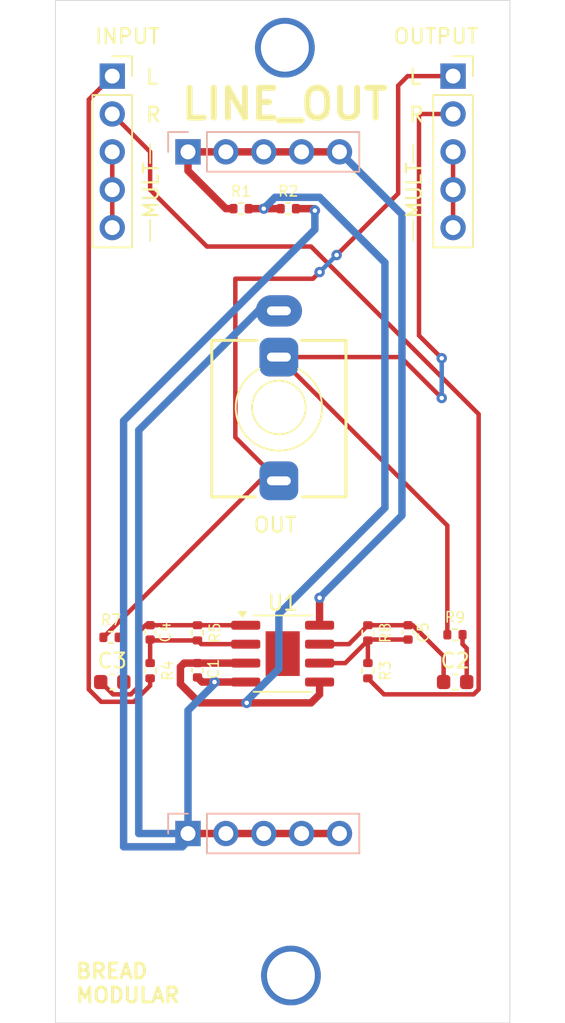
<source format=kicad_pcb>
(kicad_pcb (version 20240108) (generator "pcbnew") (generator_version "8.0")
  (layers (0 "F.Cu" signal) (31 "B.Cu" signal) (34 "B.Paste" user) (35 "F.Paste" user) (36 "B.SilkS" user "B.Silkscreen") (37 "F.SilkS" user "F.Silkscreen") (38 "B.Mask" user) (39 "F.Mask" user) (44 "Edge.Cuts" user))
  (net 0 "")
  (net 1 "GND")
  (net 2 "+5V")
  (net 3 "+2.5V")
  (net 4 "Net-(C2-Pad1)")
  (net 5 "Net-(C2-Pad2)")
  (net 6 "Net-(C3-Pad2)")
  (net 7 "Net-(C3-Pad1)")
  (net 8 "Net-(U1A--)")
  (net 9 "Net-(U1B--)")
  (net 10 "Net-(INPUT1-Pin_3)")
  (net 11 "IN_L")
  (net 12 "IN_R")
  (net 13 "OUT_R")
  (net 14 "OUT_L")
  (net 15 "Net-(OUTPUT2-Pin_3)")
  (footprint "Resistor_SMD:R_0402_1005Metric" (layer "F.Cu") (at 73.785 83.185)
    (property "Reference" "R9" (at 0 -1.17 0) (layer "F.SilkS") (effects (font (size 0.7 0.7) (thickness 0.1))))
    (property "Value" "1k")
    (fp_line (start -0.153641 -0.38) (end 0.153641 -0.38) (stroke (width 0.12)) (layer "F.SilkS"))
    (fp_line (start -0.153641 0.38) (end 0.153641 0.38) (stroke (width 0.12)) (layer "F.SilkS"))
    (pad "1" smd roundrect (at -0.51 0) (size 0.54 0.64) (layers "F.Cu" "F.Paste" "F.Mask") (net 13 "OUT_R"))
    (pad "2" smd roundrect (at 0.51 0) (size 0.54 0.64) (layers "F.Cu" "F.Paste" "F.Mask") (net 5 "Net-(C2-Pad2)"))
  )
  (footprint "Capacitor_SMD:C_0402_1005Metric" (layer "F.Cu") (at 70.64 83.03 -90)
    (property "Reference" "C5" (at 0 -1.016 90) (layer "F.SilkS") (effects (font (size 0.7 0.7) (thickness 0.1))))
    (property "Value" "100pf")
    (fp_line (start -0.107836 0.36) (end 0.107836 0.36) (stroke (width 0.12)) (layer "F.SilkS"))
    (fp_line (start -0.107836 -0.36) (end 0.107836 -0.36) (stroke (width 0.12)) (layer "F.SilkS"))
    (pad "1" smd roundrect (at -0.48 0 270) (size 0.56 0.62) (layers "F.Cu" "F.Paste" "F.Mask") (net 4 "Net-(C2-Pad1)"))
    (pad "2" smd roundrect (at 0.48 0 270) (size 0.56 0.62) (layers "F.Cu" "F.Paste" "F.Mask") (net 9 "Net-(U1B--)"))
  )
  (footprint "Resistor_SMD:R_0402_1005Metric" (layer "F.Cu") (at 50.716331 83.36334)
    (property "Reference" "R7" (at 0 -1.17 0) (layer "F.SilkS") (effects (font (size 0.7 0.7) (thickness 0.1))))
    (property "Value" "1k")
    (fp_line (start -0.153641 -0.38) (end 0.153641 -0.38) (stroke (width 0.12)) (layer "F.SilkS"))
    (fp_line (start -0.153641 0.38) (end 0.153641 0.38) (stroke (width 0.12)) (layer "F.SilkS"))
    (pad "1" smd roundrect (at -0.51 0) (size 0.54 0.64) (layers "F.Cu" "F.Paste" "F.Mask") (net 14 "OUT_L"))
    (pad "2" smd roundrect (at 0.51 0) (size 0.54 0.64) (layers "F.Cu" "F.Paste" "F.Mask") (net 6 "Net-(C3-Pad2)"))
  )
  (footprint "Connector_PinSocket_2.54mm:PinSocket_1x05_P2.54mm_Vertical" (layer "F.Cu") (at 50.8 45.72)
    (property "Reference" "INPUT" (at 1.016 -2.667 0) (layer "F.SilkS"))
    (property "Value" "Conn_01x05_Socket")
    (fp_line (start -1.33 1.27) (end -1.33 11.49) (stroke (width 0.12)) (layer "F.SilkS"))
    (fp_line (start -1.33 1.27) (end 1.33 1.27) (stroke (width 0.12)) (layer "F.SilkS"))
    (fp_line (start -1.33 11.49) (end 1.33 11.49) (stroke (width 0.12)) (layer "F.SilkS"))
    (fp_line (start 0 -1.33) (end 1.33 -1.33) (stroke (width 0.12)) (layer "F.SilkS"))
    (fp_line (start 1.33 -1.33) (end 1.33 0) (stroke (width 0.12)) (layer "F.SilkS"))
    (fp_line (start 1.33 1.27) (end 1.33 11.49) (stroke (width 0.12)) (layer "F.SilkS"))
    (pad "1" thru_hole rect (at 0 0) (size 1.7 1.7) (drill 1) (layers "*.Cu" "*.Mask") (net 11 "IN_L"))
    (pad "2" thru_hole oval (at 0 2.54) (size 1.7 1.7) (drill 1) (layers "*.Cu" "*.Mask") (net 12 "IN_R"))
    (pad "3" thru_hole oval (at 0 5.08) (size 1.7 1.7) (drill 1) (layers "*.Cu" "*.Mask") (net 10 "Net-(INPUT1-Pin_3)"))
    (pad "4" thru_hole oval (at 0 7.62) (size 1.7 1.7) (drill 1) (layers "*.Cu" "*.Mask") (net 10 "Net-(INPUT1-Pin_3)"))
    (pad "5" thru_hole oval (at 0 10.16) (size 1.7 1.7) (drill 1) (layers "*.Cu" "*.Mask") (net 10 "Net-(INPUT1-Pin_3)"))
  )
  (footprint "Resistor_SMD:R_0402_1005Metric" (layer "F.Cu") (at 67.945 85.6 -90)
    (property "Reference" "R3" (at 0 -1.17 90) (layer "F.SilkS") (effects (font (size 0.7 0.7) (thickness 0.1))))
    (property "Value" "100k")
    (fp_line (start -0.153641 0.38) (end 0.153641 0.38) (stroke (width 0.12)) (layer "F.SilkS"))
    (fp_line (start -0.153641 -0.38) (end 0.153641 -0.38) (stroke (width 0.12)) (layer "F.SilkS"))
    (pad "1" smd roundrect (at -0.51 0 270) (size 0.54 0.64) (layers "F.Cu" "F.Paste" "F.Mask") (net 9 "Net-(U1B--)"))
    (pad "2" smd roundrect (at 0.51 0 270) (size 0.54 0.64) (layers "F.Cu" "F.Paste" "F.Mask") (net 12 "IN_R"))
  )
  (footprint "Resistor_SMD:R_0402_1005Metric" (layer "F.Cu") (at 59.44 54.61)
    (property "Reference" "R1" (at 0 -1.17 0) (layer "F.SilkS") (effects (font (size 0.7 0.7) (thickness 0.1))))
    (property "Value" "1k")
    (fp_line (start -0.153641 -0.38) (end 0.153641 -0.38) (stroke (width 0.12)) (layer "F.SilkS"))
    (fp_line (start -0.153641 0.38) (end 0.153641 0.38) (stroke (width 0.12)) (layer "F.SilkS"))
    (pad "1" smd roundrect (at -0.51 0) (size 0.54 0.64) (layers "F.Cu" "F.Paste" "F.Mask") (net 2 "+5V"))
    (pad "2" smd roundrect (at 0.51 0) (size 0.54 0.64) (layers "F.Cu" "F.Paste" "F.Mask") (net 3 "+2.5V"))
  )
  (footprint "Capacitor_SMD:C_0402_1005Metric" (layer "F.Cu") (at 56.515 85.57 90)
    (property "Reference" "C1" (at 0.092067 1.070621 90) (layer "F.SilkS") (effects (font (size 0.7 0.7) (thickness 0.1))))
    (property "Value" "0.1uf")
    (fp_line (start -0.107836 -0.36) (end 0.107836 -0.36) (stroke (width 0.12)) (layer "F.SilkS"))
    (fp_line (start -0.107836 0.36) (end 0.107836 0.36) (stroke (width 0.12)) (layer "F.SilkS"))
    (pad "1" smd roundrect (at -0.48 0 90) (size 0.56 0.62) (layers "F.Cu" "F.Paste" "F.Mask") (net 1 "GND"))
    (pad "2" smd roundrect (at 0.48 0 90) (size 0.56 0.62) (layers "F.Cu" "F.Paste" "F.Mask") (net 3 "+2.5V"))
  )
  (footprint "Capacitor_SMD:C_0603_1608Metric" (layer "F.Cu") (at 73.8 86.36)
    (property "Reference" "C2" (at 0 -1.43 0) (layer "F.SilkS"))
    (property "Value" "2.2uf")
    (fp_line (start -0.14058 -0.51) (end 0.14058 -0.51) (stroke (width 0.12)) (layer "F.SilkS"))
    (fp_line (start -0.14058 0.51) (end 0.14058 0.51) (stroke (width 0.12)) (layer "F.SilkS"))
    (pad "1" smd roundrect (at -0.775 0) (size 0.9 0.95) (layers "F.Cu" "F.Paste" "F.Mask") (net 4 "Net-(C2-Pad1)"))
    (pad "2" smd roundrect (at 0.775 0) (size 0.9 0.95) (layers "F.Cu" "F.Paste" "F.Mask") (net 5 "Net-(C2-Pad2)"))
  )
  (footprint "BreadModular_AudioJacks:Jack_3.5mm_QingPu_WQP-PJ366ST_Vertical" (layer "F.Cu") (at 61.976 67.945 180)
    (property "Reference" "OUT" (at 0.254 -7.874 0) (layer "F.SilkS"))
    (property "Value" "AudioJack3")
    (fp_line (start 4.5 4.5) (end 4.5 -6) (stroke (width 0.2)) (layer "F.SilkS"))
    (fp_line (start 1.6 -6) (end 4.5 -6) (stroke (width 0.2)) (layer "F.SilkS"))
    (fp_line (start 1.5 4.5) (end 4.5 4.5) (stroke (width 0.2)) (layer "F.SilkS"))
    (fp_line (start -4.5 4.5) (end -1.5 4.5) (stroke (width 0.2)) (layer "F.SilkS"))
    (fp_line (start -4.5 4.5) (end -4.5 -6) (stroke (width 0.2)) (layer "F.SilkS"))
    (fp_line (start -4.5 -6) (end -1.6 -6) (stroke (width 0.2)) (layer "F.SilkS"))
    (fp_arc (start 0 -2.895) (mid 2.817353 -0.665994) (end 1.296263 2.588577) (stroke (width 0.12)) (layer "F.SilkS"))
    (fp_arc (start -1.296263 2.588577) (mid -2.817353 -0.665994) (end 0 -2.895) (stroke (width 0.12)) (layer "F.SilkS"))
    (fp_circle (center 0 0) (end -1.8 0) (stroke (width 0.12)) (fill none) (layer "F.SilkS"))
    (pad "R" thru_hole roundrect (at 0 3.38 180) (size 2.6 2.6) (drill oval 1.6 0.6) (layers "*.Cu" "*.Mask") (net 13 "OUT_R"))
    (pad "S" thru_hole oval (at 0 6.48 180) (size 3.1 2.1) (drill oval 1.6 0.6) (layers "*.Cu" "*.Mask") (net 1 "GND"))
    (pad "T" thru_hole roundrect (at 0 -4.92 180) (size 2.6 2.6) (drill oval 1.6 0.6) (layers "*.Cu" "*.Mask") (net 14 "OUT_L"))
  )
  (footprint "Capacitor_SMD:C_0402_1005Metric" (layer "F.Cu") (at 53.34 83.03 -90)
    (property "Reference" "C4" (at 0 -1.016 90) (layer "F.SilkS") (effects (font (size 0.7 0.7) (thickness 0.1))))
    (property "Value" "100pf")
    (fp_line (start -0.107836 0.36) (end 0.107836 0.36) (stroke (width 0.12)) (layer "F.SilkS"))
    (fp_line (start -0.107836 -0.36) (end 0.107836 -0.36) (stroke (width 0.12)) (layer "F.SilkS"))
    (pad "1" smd roundrect (at -0.48 0 270) (size 0.56 0.62) (layers "F.Cu" "F.Paste" "F.Mask") (net 7 "Net-(C3-Pad1)"))
    (pad "2" smd roundrect (at 0.48 0 270) (size 0.56 0.62) (layers "F.Cu" "F.Paste" "F.Mask") (net 8 "Net-(U1A--)"))
  )
  (footprint "Resistor_SMD:R_0402_1005Metric" (layer "F.Cu") (at 62.609 54.61)
    (property "Reference" "R2" (at 0 -1.17 0) (layer "F.SilkS") (effects (font (size 0.7 0.7) (thickness 0.1))))
    (property "Value" "1k")
    (fp_line (start -0.153641 -0.38) (end 0.153641 -0.38) (stroke (width 0.12)) (layer "F.SilkS"))
    (fp_line (start -0.153641 0.38) (end 0.153641 0.38) (stroke (width 0.12)) (layer "F.SilkS"))
    (pad "1" smd roundrect (at -0.51 0) (size 0.54 0.64) (layers "F.Cu" "F.Paste" "F.Mask") (net 3 "+2.5V"))
    (pad "2" smd roundrect (at 0.51 0) (size 0.54 0.64) (layers "F.Cu" "F.Paste" "F.Mask") (net 1 "GND"))
  )
  (footprint "Resistor_SMD:R_0402_1005Metric" (layer "F.Cu") (at 67.945 83.06 -90)
    (property "Reference" "R8" (at 0 -1.17 90) (layer "F.SilkS") (effects (font (size 0.7 0.7) (thickness 0.1))))
    (property "Value" "33k")
    (fp_line (start -0.153641 0.38) (end 0.153641 0.38) (stroke (width 0.12)) (layer "F.SilkS"))
    (fp_line (start -0.153641 -0.38) (end 0.153641 -0.38) (stroke (width 0.12)) (layer "F.SilkS"))
    (pad "1" smd roundrect (at -0.51 0 270) (size 0.54 0.64) (layers "F.Cu" "F.Paste" "F.Mask") (net 4 "Net-(C2-Pad1)"))
    (pad "2" smd roundrect (at 0.51 0 270) (size 0.54 0.64) (layers "F.Cu" "F.Paste" "F.Mask") (net 9 "Net-(U1B--)"))
  )
  (footprint "Connector_PinSocket_2.54mm:PinSocket_1x05_P2.54mm_Vertical" (layer "F.Cu") (at 73.66 45.72)
    (property "Reference" "OUTPUT" (at -1.143 -2.667 0) (layer "F.SilkS"))
    (property "Value" "Conn_01x05_Socket")
    (fp_line (start -1.33 1.27) (end -1.33 11.49) (stroke (width 0.12)) (layer "F.SilkS"))
    (fp_line (start -1.33 1.27) (end 1.33 1.27) (stroke (width 0.12)) (layer "F.SilkS"))
    (fp_line (start -1.33 11.49) (end 1.33 11.49) (stroke (width 0.12)) (layer "F.SilkS"))
    (fp_line (start 0 -1.33) (end 1.33 -1.33) (stroke (width 0.12)) (layer "F.SilkS"))
    (fp_line (start 1.33 -1.33) (end 1.33 0) (stroke (width 0.12)) (layer "F.SilkS"))
    (fp_line (start 1.33 1.27) (end 1.33 11.49) (stroke (width 0.12)) (layer "F.SilkS"))
    (pad "1" thru_hole rect (at 0 0) (size 1.7 1.7) (drill 1) (layers "*.Cu" "*.Mask") (net 14 "OUT_L"))
    (pad "2" thru_hole oval (at 0 2.54) (size 1.7 1.7) (drill 1) (layers "*.Cu" "*.Mask") (net 13 "OUT_R"))
    (pad "3" thru_hole oval (at 0 5.08) (size 1.7 1.7) (drill 1) (layers "*.Cu" "*.Mask") (net 15 "Net-(OUTPUT2-Pin_3)"))
    (pad "4" thru_hole oval (at 0 7.62) (size 1.7 1.7) (drill 1) (layers "*.Cu" "*.Mask") (net 15 "Net-(OUTPUT2-Pin_3)"))
    (pad "5" thru_hole oval (at 0 10.16) (size 1.7 1.7) (drill 1) (layers "*.Cu" "*.Mask") (net 15 "Net-(OUTPUT2-Pin_3)"))
  )
  (footprint "Package_SO:SOIC-8-1EP_3.9x4.9mm_P1.27mm_EP2.29x3mm" (layer "F.Cu") (at 62.23 84.455)
    (property "Reference" "U1" (at 0 -3.4 0) (layer "F.SilkS"))
    (property "Value" "TL072")
    (fp_line (start 0 -2.56) (end -1.95 -2.56) (stroke (width 0.12)) (layer "F.SilkS"))
    (fp_line (start 0 -2.56) (end 1.95 -2.56) (stroke (width 0.12)) (layer "F.SilkS"))
    (fp_line (start 0 2.56) (end -1.95 2.56) (stroke (width 0.12)) (layer "F.SilkS"))
    (fp_line (start 0 2.56) (end 1.95 2.56) (stroke (width 0.12)) (layer "F.SilkS"))
    (fp_poly (pts (xy -2.7 -2.465) (xy -2.94 -2.795) (xy -2.46 -2.795) (xy -2.7 -2.465)) (stroke (width 0.12)) (fill solid) (layer "F.SilkS"))
    (pad "1" smd roundrect (at -2.475 -1.905) (size 1.95 0.6) (layers "F.Cu" "F.Paste" "F.Mask") (net 7 "Net-(C3-Pad1)"))
    (pad "2" smd roundrect (at -2.475 -0.635) (size 1.95 0.6) (layers "F.Cu" "F.Paste" "F.Mask") (net 8 "Net-(U1A--)"))
    (pad "3" smd roundrect (at -2.475 0.635) (size 1.95 0.6) (layers "F.Cu" "F.Paste" "F.Mask") (net 3 "+2.5V"))
    (pad "4" smd roundrect (at -2.475 1.905) (size 1.95 0.6) (layers "F.Cu" "F.Paste" "F.Mask") (net 1 "GND"))
    (pad "5" smd roundrect (at 2.475 1.905) (size 1.95 0.6) (layers "F.Cu" "F.Paste" "F.Mask") (net 3 "+2.5V"))
    (pad "6" smd roundrect (at 2.475 0.635) (size 1.95 0.6) (layers "F.Cu" "F.Paste" "F.Mask") (net 9 "Net-(U1B--)"))
    (pad "7" smd roundrect (at 2.475 -0.635) (size 1.95 0.6) (layers "F.Cu" "F.Paste" "F.Mask") (net 4 "Net-(C2-Pad1)"))
    (pad "8" smd roundrect (at 2.475 -1.905) (size 1.95 0.6) (layers "F.Cu" "F.Paste" "F.Mask") (net 2 "+5V"))
    (pad "9" smd rect (at 0 0) (size 2.29 3) (property pad_prop_heatsink) (layers "F.Cu" "F.Mask"))
  )
  (footprint "Resistor_SMD:R_0402_1005Metric" (layer "F.Cu") (at 56.515 83.06 -90)
    (property "Reference" "R5" (at 0 -1.17 90) (layer "F.SilkS") (effects (font (size 0.7 0.7) (thickness 0.1))))
    (property "Value" "33k")
    (fp_line (start -0.153641 0.38) (end 0.153641 0.38) (stroke (width 0.12)) (layer "F.SilkS"))
    (fp_line (start -0.153641 -0.38) (end 0.153641 -0.38) (stroke (width 0.12)) (layer "F.SilkS"))
    (pad "1" smd roundrect (at -0.51 0 270) (size 0.54 0.64) (layers "F.Cu" "F.Paste" "F.Mask") (net 7 "Net-(C3-Pad1)"))
    (pad "2" smd roundrect (at 0.51 0 270) (size 0.54 0.64) (layers "F.Cu" "F.Paste" "F.Mask") (net 8 "Net-(U1A--)"))
  )
  (footprint "Capacitor_SMD:C_0603_1608Metric" (layer "F.Cu") (at 50.8 86.36)
    (property "Reference" "C3" (at 0 -1.43 0) (layer "F.SilkS"))
    (property "Value" "2.2uf")
    (fp_line (start -0.14058 -0.51) (end 0.14058 -0.51) (stroke (width 0.12)) (layer "F.SilkS"))
    (fp_line (start -0.14058 0.51) (end 0.14058 0.51) (stroke (width 0.12)) (layer "F.SilkS"))
    (pad "1" smd roundrect (at -0.775 0) (size 0.9 0.95) (layers "F.Cu" "F.Paste" "F.Mask") (net 7 "Net-(C3-Pad1)"))
    (pad "2" smd roundrect (at 0.775 0) (size 0.9 0.95) (layers "F.Cu" "F.Paste" "F.Mask") (net 6 "Net-(C3-Pad2)"))
  )
  (footprint "Resistor_SMD:R_0402_1005Metric" (layer "F.Cu") (at 53.34 85.6 -90)
    (property "Reference" "R4" (at 0 -1.17 90) (layer "F.SilkS") (effects (font (size 0.7 0.7) (thickness 0.1))))
    (property "Value" "100k")
    (fp_line (start -0.153641 0.38) (end 0.153641 0.38) (stroke (width 0.12)) (layer "F.SilkS"))
    (fp_line (start -0.153641 -0.38) (end 0.153641 -0.38) (stroke (width 0.12)) (layer "F.SilkS"))
    (pad "1" smd roundrect (at -0.51 0 270) (size 0.54 0.64) (layers "F.Cu" "F.Paste" "F.Mask") (net 8 "Net-(U1A--)"))
    (pad "2" smd roundrect (at 0.51 0 270) (size 0.54 0.64) (layers "F.Cu" "F.Paste" "F.Mask") (net 11 "IN_L"))
  )
  (footprint "Connector_PinHeader_2.54mm:PinHeader_1x05_P2.54mm_Vertical" (layer "B.Cu") (at 55.88 96.52 -90)
    (property "Reference" "GND1" (hide yes))
    (property "Value" "Conn_01x05_Pin")
    (fp_line (start -1.33 1.33) (end -1.33 0) (stroke (width 0.12)) (layer "B.SilkS"))
    (fp_line (start 0 1.33) (end -1.33 1.33) (stroke (width 0.12)) (layer "B.SilkS"))
    (fp_line (start 1.33 -1.27) (end -1.33 -1.27) (stroke (width 0.12)) (layer "B.SilkS"))
    (fp_line (start -1.33 -11.49) (end -1.33 -1.27) (stroke (width 0.12)) (layer "B.SilkS"))
    (fp_line (start 1.33 -11.49) (end 1.33 -1.27) (stroke (width 0.12)) (layer "B.SilkS"))
    (fp_line (start 1.33 -11.49) (end -1.33 -11.49) (stroke (width 0.12)) (layer "B.SilkS"))
    (pad "1" thru_hole rect (at 0 0 270) (size 1.7 1.7) (drill 1) (layers "*.Cu" "*.Mask") (net 1 "GND"))
    (pad "2" thru_hole oval (at 0 -2.54 270) (size 1.7 1.7) (drill 1) (layers "*.Cu" "*.Mask") (net 1 "GND"))
    (pad "3" thru_hole oval (at 0 -5.08 270) (size 1.7 1.7) (drill 1) (layers "*.Cu" "*.Mask") (net 1 "GND"))
    (pad "4" thru_hole oval (at 0 -7.62 270) (size 1.7 1.7) (drill 1) (layers "*.Cu" "*.Mask") (net 1 "GND"))
    (pad "5" thru_hole oval (at 0 -10.16 270) (size 1.7 1.7) (drill 1) (layers "*.Cu" "*.Mask") (net 1 "GND"))
  )
  (footprint "Connector_PinHeader_2.54mm:PinHeader_1x05_P2.54mm_Vertical" (layer "B.Cu") (at 55.88 50.8 -90)
    (property "Reference" "5V1" (hide yes))
    (property "Value" "Conn_01x05_Pin")
    (fp_line (start -1.33 1.33) (end -1.33 0) (stroke (width 0.12)) (layer "B.SilkS"))
    (fp_line (start 0 1.33) (end -1.33 1.33) (stroke (width 0.12)) (layer "B.SilkS"))
    (fp_line (start 1.33 -1.27) (end -1.33 -1.27) (stroke (width 0.12)) (layer "B.SilkS"))
    (fp_line (start -1.33 -11.49) (end -1.33 -1.27) (stroke (width 0.12)) (layer "B.SilkS"))
    (fp_line (start 1.33 -11.49) (end 1.33 -1.27) (stroke (width 0.12)) (layer "B.SilkS"))
    (fp_line (start 1.33 -11.49) (end -1.33 -11.49) (stroke (width 0.12)) (layer "B.SilkS"))
    (pad "1" thru_hole rect (at 0 0 270) (size 1.7 1.7) (drill 1) (layers "*.Cu" "*.Mask") (net 2 "+5V"))
    (pad "2" thru_hole oval (at 0 -2.54 270) (size 1.7 1.7) (drill 1) (layers "*.Cu" "*.Mask") (net 2 "+5V"))
    (pad "3" thru_hole oval (at 0 -5.08 270) (size 1.7 1.7) (drill 1) (layers "*.Cu" "*.Mask") (net 2 "+5V"))
    (pad "4" thru_hole oval (at 0 -7.62 270) (size 1.7 1.7) (drill 1) (layers "*.Cu" "*.Mask") (net 2 "+5V"))
    (pad "5" thru_hole oval (at 0 -10.16 270) (size 1.7 1.7) (drill 1) (layers "*.Cu" "*.Mask") (net 2 "+5V"))
  )
  (gr_line (start 70.993 55.372) (end 70.993 56.769) (stroke (width 0.1)) (layer "F.SilkS"))
  (gr_line (start 53.34 51.562) (end 53.34 50.292) (stroke (width 0.1)) (layer "F.SilkS"))
  (gr_line (start 70.993 51.562) (end 70.993 50.292) (stroke (width 0.1)) (layer "F.SilkS"))
  (gr_line (start 53.34 55.372) (end 53.34 56.769) (stroke (width 0.1)) (layer "F.SilkS"))
  (gr_line (start 46.99 109.22) (end 77.47 109.22) (stroke (width 0.05)) (layer "Edge.Cuts"))
  (gr_line (start 77.47 40.64) (end 46.99 40.64) (stroke (width 0.05)) (layer "Edge.Cuts"))
  (gr_line (start 46.99 40.64) (end 46.99 109.22) (stroke (width 0.05)) (layer "Edge.Cuts"))
  (gr_line (start 77.47 109.22) (end 77.47 40.64) (stroke (width 0.05)) (layer "Edge.Cuts"))
  (gr_text "L" (at 52.959 46.355 0) (layer "F.SilkS") (effects (font (size 1 1)) (justify left bottom)))
  (gr_text "MULT" (at 53.975 55.372 90) (layer "F.SilkS") (effects (font (size 1 1)) (justify left bottom)))
  (gr_text "R" (at 70.612 48.895 0) (layer "F.SilkS") (effects (font (size 1 1)) (justify left bottom)))
  (gr_text "L" (at 70.612 46.355 0) (layer "F.SilkS") (effects (font (size 1 1)) (justify left bottom)))
  (gr_text "LINE_OUT" (at 55.245 48.768 0) (layer "F.SilkS") (effects (font (size 2 2) (thickness 0.4) (bold yes)) (justify left bottom)))
  (gr_text "R" (at 52.959 48.895 0) (layer "F.SilkS") (effects (font (size 1 1)) (justify left bottom)))
  (gr_text "MULT" (at 71.628 55.372 90) (layer "F.SilkS") (effects (font (size 1 1)) (justify left bottom)))
  (gr_text "BREAD\nMODULAR" (at 48.26 107.95 0) (layer "F.SilkS") (effects (font (size 1 1) (thickness 0.2) (bold yes)) (justify left bottom)))
  (via (at 62.37758 43.815) (size 4) (drill 3.2) (layers "F.Cu" "B.Cu") (net 0))
  (via (at 62.784908 106.045) (size 4) (drill 3.2) (layers "F.Cu" "B.Cu") (net 0))
  (via (at 62.37758 43.815) (size 4) (drill 3.2) (layers "F.Cu" "B.Cu") (net 0))
  (via (at 62.784908 106.045) (size 4) (drill 3.2) (layers "F.Cu" "B.Cu") (net 0))
  (via (at 62.784908 106.045) (size 4) (drill 3.2) (layers "F.Cu" "B.Cu") (net 0))
  (via (at 62.784908 106.045) (size 4) (drill 3.2) (layers "F.Cu" "B.Cu") (net 0))
  (via (at 62.37758 43.815) (size 4) (drill 3.2) (layers "F.Cu" "B.Cu") (net 0))
  (via (at 62.37758 43.815) (size 4) (drill 3.2) (layers "F.Cu" "B.Cu") (net 0))
  (segment (start 57.658 86.36) (end 56.825 86.36) (width 0.5) (layer "F.Cu") (net 1))
  (segment (start 55.88 96.52) (end 66.04 96.52) (width 0.5) (layer "F.Cu") (net 1))
  (segment (start 63.119 54.61) (end 64.389 54.61) (width 0.5) (layer "F.Cu") (net 1))
  (segment (start 59.755 86.36) (end 57.785 86.36) (width 0.5) (layer "F.Cu") (net 1))
  (segment (start 56.825 86.36) (end 56.515 86.05) (width 0.5) (layer "F.Cu") (net 1))
  (segment (start 57.785 86.36) (end 57.658 86.36) (width 0.5) (layer "F.Cu") (net 1))
  (via (at 57.658 86.36) (size 0.7) (drill 0.3) (layers "F.Cu" "B.Cu") (net 1))
  (via (at 64.389 54.737) (size 0.7) (drill 0.3) (layers "F.Cu" "B.Cu") (net 1))
  (segment (start 55.88 88.265) (end 55.88 96.52) (width 0.5) (layer "B.Cu") (net 1))
  (segment (start 64.389 54.61) (end 64.389 54.737) (width 0.5) (layer "B.Cu") (net 1))
  (segment (start 52.578 96.52) (end 55.88 96.52) (width 0.5) (layer "B.Cu") (net 1))
  (segment (start 60.582 61.465) (end 52.578 69.469) (width 0.5) (layer "B.Cu") (net 1))
  (segment (start 51.562 68.834) (end 51.562 97.409) (width 0.5) (layer "B.Cu") (net 1))
  (segment (start 52.578 69.469) (end 52.578 96.52) (width 0.5) (layer "B.Cu") (net 1))
  (segment (start 61.976 61.465) (end 60.582 61.465) (width 0.5) (layer "B.Cu") (net 1))
  (segment (start 51.562 97.409) (end 55.499 97.409) (width 0.5) (layer "B.Cu") (net 1))
  (segment (start 57.785 86.36) (end 55.88 88.265) (width 0.5) (layer "B.Cu") (net 1))
  (segment (start 64.389 56.007) (end 51.562 68.834) (width 0.5) (layer "B.Cu") (net 1))
  (segment (start 55.88 97.028) (end 55.88 96.52) (width 0.5) (layer "B.Cu") (net 1))
  (segment (start 64.389 54.737) (end 64.389 56.007) (width 0.5) (layer "B.Cu") (net 1))
  (segment (start 55.499 97.409) (end 55.88 97.028) (width 0.5) (layer "B.Cu") (net 1))
  (segment (start 58.93 54.61) (end 58.42 54.61) (width 0.5) (layer "F.Cu") (net 2))
  (segment (start 58.42 54.61) (end 55.88 52.07) (width 0.5) (layer "F.Cu") (net 2))
  (segment (start 55.88 52.07) (end 55.88 50.8) (width 0.5) (layer "F.Cu") (net 2))
  (segment (start 64.705 80.71) (end 64.705 82.55) (width 0.5) (layer "F.Cu") (net 2))
  (segment (start 55.88 50.8) (end 66.04 50.8) (width 0.5) (layer "F.Cu") (net 2))
  (via (at 64.7065 80.7085) (size 0.7) (drill 0.3) (layers "F.Cu" "B.Cu") (net 2))
  (segment (start 70.231 54.991) (end 66.04 50.8) (width 0.5) (layer "B.Cu") (net 2))
  (segment (start 64.7065 80.7085) (end 70.231 75.184) (width 0.5) (layer "B.Cu") (net 2))
  (segment (start 70.231 75.184) (end 70.231 54.991) (width 0.5) (layer "B.Cu") (net 2))
  (segment (start 64.705 80.71) (end 64.7065 80.7085) (width 0.5) (layer "B.Cu") (net 2))
  (segment (start 56.642 87.757) (end 59.69 87.757) (width 0.5) (layer "F.Cu") (net 3))
  (segment (start 64.135 87.757) (end 64.705 87.187) (width 0.5) (layer "F.Cu") (net 3))
  (segment (start 55.372 85.344) (end 55.372 86.487) (width 0.5) (layer "F.Cu") (net 3))
  (segment (start 56.515 85.09) (end 59.755 85.09) (width 0.5) (layer "F.Cu") (net 3))
  (segment (start 60.96 54.61) (end 62.099 54.61) (width 0.5) (layer "F.Cu") (net 3))
  (segment (start 59.817 87.757) (end 64.135 87.757) (width 0.5) (layer "F.Cu") (net 3))
  (segment (start 55.626 85.09) (end 55.372 85.344) (width 0.5) (layer "F.Cu") (net 3))
  (segment (start 59.95 54.61) (end 60.96 54.61) (width 0.5) (layer "F.Cu") (net 3))
  (segment (start 55.372 86.487) (end 56.642 87.757) (width 0.5) (layer "F.Cu") (net 3))
  (segment (start 59.69 87.757) (end 59.817 87.757) (width 0.5) (layer "F.Cu") (net 3))
  (segment (start 56.515 85.09) (end 55.626 85.09) (width 0.5) (layer "F.Cu") (net 3))
  (segment (start 64.705 87.187) (end 64.705 86.36) (width 0.5) (layer "F.Cu") (net 3))
  (via (at 60.96 54.61) (size 0.7) (drill 0.3) (layers "F.Cu" "B.Cu") (net 3))
  (via (at 59.817 87.757) (size 0.7) (drill 0.3) (layers "F.Cu" "B.Cu") (net 3))
  (segment (start 61.976 85.471) (end 61.976 81.788) (width 0.5) (layer "B.Cu") (net 3))
  (segment (start 64.709522 53.848) (end 61.722 53.848) (width 0.5) (layer "B.Cu") (net 3))
  (segment (start 61.722 53.848) (end 60.96 54.61) (width 0.5) (layer "B.Cu") (net 3))
  (segment (start 61.976 81.788) (end 69.088 74.676) (width 0.5) (layer "B.Cu") (net 3))
  (segment (start 59.69 87.757) (end 61.976 85.471) (width 0.5) (layer "B.Cu") (net 3))
  (segment (start 69.088 58.226478) (end 64.709522 53.848) (width 0.5) (layer "B.Cu") (net 3))
  (segment (start 69.088 74.676) (end 69.088 58.226478) (width 0.5) (layer "B.Cu") (net 3))
  (segment (start 70.949999 82.55) (end 70.64 82.55) (width 0.3) (layer "F.Cu") (net 4))
  (segment (start 73.025 86.36) (end 73.025 84.625001) (width 0.3) (layer "F.Cu") (net 4))
  (segment (start 73.025 84.625001) (end 70.949999 82.55) (width 0.3) (layer "F.Cu") (net 4))
  (segment (start 66.675 83.82) (end 64.705 83.82) (width 0.3) (layer "F.Cu") (net 4))
  (segment (start 67.945 82.55) (end 66.675 83.82) (width 0.3) (layer "F.Cu") (net 4))
  (segment (start 70.64 82.55) (end 67.945 82.55) (width 0.3) (layer "F.Cu") (net 4))
  (segment (start 74.295 83.82) (end 74.575 84.1) (width 0.3) (layer "F.Cu") (net 5))
  (segment (start 74.295 83.185) (end 74.295 83.82) (width 0.3) (layer "F.Cu") (net 5))
  (segment (start 74.575 84.1) (end 74.575 86.36) (width 0.3) (layer "F.Cu") (net 5))
  (segment (start 51.575 83.712009) (end 51.226331 83.36334) (width 0.3) (layer "F.Cu") (net 6))
  (segment (start 51.575 86.36) (end 51.575 83.712009) (width 0.3) (layer "F.Cu") (net 6))
  (segment (start 52.67 82.910001) (end 53.030001 82.55) (width 0.3) (layer "F.Cu") (net 7))
  (segment (start 56.515 82.55) (end 53.34 82.55) (width 0.3) (layer "F.Cu") (net 7))
  (segment (start 53.030001 82.55) (end 53.34 82.55) (width 0.3) (layer "F.Cu") (net 7))
  (segment (start 52.044408 87.185) (end 52.67 86.559408) (width 0.3) (layer "F.Cu") (net 7))
  (segment (start 56.515 82.55) (end 59.755 82.55) (width 0.3) (layer "F.Cu") (net 7))
  (segment (start 50.025 86.36) (end 50.85 87.185) (width 0.3) (layer "F.Cu") (net 7))
  (segment (start 50.85 87.185) (end 52.044408 87.185) (width 0.3) (layer "F.Cu") (net 7))
  (segment (start 52.67 86.559408) (end 52.67 82.910001) (width 0.3) (layer "F.Cu") (net 7))
  (segment (start 53.4 83.57) (end 53.34 83.51) (width 0.3) (layer "F.Cu") (net 8))
  (segment (start 53.34 83.51) (end 53.34 85.09) (width 0.3) (layer "F.Cu") (net 8))
  (segment (start 59.755 83.82) (end 56.765 83.82) (width 0.3) (layer "F.Cu") (net 8))
  (segment (start 56.515 83.57) (end 53.4 83.57) (width 0.3) (layer "F.Cu") (net 8))
  (segment (start 56.765 83.82) (end 56.515 83.57) (width 0.3) (layer "F.Cu") (net 8))
  (segment (start 70.64 83.51) (end 68.005 83.51) (width 0.3) (layer "F.Cu") (net 9))
  (segment (start 67.945 85.09) (end 67.945 83.57) (width 0.3) (layer "F.Cu") (net 9))
  (segment (start 67.945 83.57) (end 66.425 85.09) (width 0.3) (layer "F.Cu") (net 9))
  (segment (start 68.005 83.51) (end 67.945 83.57) (width 0.3) (layer "F.Cu") (net 9))
  (segment (start 66.425 85.09) (end 64.705 85.09) (width 0.3) (layer "F.Cu") (net 9))
  (segment (start 50.8 50.8) (end 50.8 55.88) (width 0.3) (layer "F.Cu") (net 10))
  (segment (start 49.225 86.854408) (end 50.055592 87.685) (width 0.3) (layer "F.Cu") (net 11))
  (segment (start 52.251515 87.685) (end 53.34 86.596515) (width 0.3) (layer "F.Cu") (net 11))
  (segment (start 50.8 45.72) (end 49.225 47.295) (width 0.3) (layer "F.Cu") (net 11))
  (segment (start 50.055592 87.685) (end 52.251515 87.685) (width 0.3) (layer "F.Cu") (net 11))
  (segment (start 53.34 86.596515) (end 53.34 86.11) (width 0.3) (layer "F.Cu") (net 11))
  (segment (start 49.225 47.295) (end 49.225 86.854408) (width 0.3) (layer "F.Cu") (net 11))
  (segment (start 64.135 57.15) (end 57.15 57.15) (width 0.3) (layer "F.Cu") (net 12))
  (segment (start 67.945 86.11) (end 69.02 87.185) (width 0.3) (layer "F.Cu") (net 12))
  (segment (start 75.375 68.39) (end 64.135 57.15) (width 0.3) (layer "F.Cu") (net 12))
  (segment (start 75.044408 87.185) (end 75.375 86.854408) (width 0.3) (layer "F.Cu") (net 12))
  (segment (start 57.15 57.15) (end 53.34 53.34) (width 0.3) (layer "F.Cu") (net 12))
  (segment (start 53.34 53.34) (end 53.34 50.8) (width 0.3) (layer "F.Cu") (net 12))
  (segment (start 75.375 86.854408) (end 75.375 68.39) (width 0.3) (layer "F.Cu") (net 12))
  (segment (start 69.02 87.185) (end 75.044408 87.185) (width 0.3) (layer "F.Cu") (net 12))
  (segment (start 53.34 50.8) (end 50.8 48.26) (width 0.3) (layer "F.Cu") (net 12))
  (segment (start 71.374 48.387) (end 71.501 48.26) (width 0.3) (layer "F.Cu") (net 13))
  (segment (start 73.275 75.864) (end 61.976 64.565) (width 0.3) (layer "F.Cu") (net 13))
  (segment (start 70.153 64.565) (end 61.976 64.565) (width 0.3) (layer "F.Cu") (net 13))
  (segment (start 73.275 83.185) (end 73.275 75.864) (width 0.3) (layer "F.Cu") (net 13))
  (segment (start 72.898 64.643) (end 71.374 63.119) (width 0.3) (layer "F.Cu") (net 13))
  (segment (start 72.898 67.31) (end 70.153 64.565) (width 0.3) (layer "F.Cu") (net 13))
  (segment (start 71.374 63.119) (end 71.374 48.387) (width 0.3) (layer "F.Cu") (net 13))
  (segment (start 71.501 48.26) (end 73.66 48.26) (width 0.3) (layer "F.Cu") (net 13))
  (via (at 72.898 67.31) (size 0.7) (drill 0.3) (layers "F.Cu" "B.Cu") (net 13))
  (via (at 72.898 64.643) (size 0.7) (drill 0.3) (layers "F.Cu" "B.Cu") (net 13))
  (segment (start 72.898 64.643) (end 72.898 67.31) (width 0.3) (layer "B.Cu") (net 13))
  (segment (start 69.977 53.594) (end 69.977 46.355) (width 0.3) (layer "F.Cu") (net 14))
  (segment (start 64.262 59.309) (end 59.055 59.309) (width 0.3) (layer "F.Cu") (net 14))
  (segment (start 70.612 45.72) (end 73.66 45.72) (width 0.3) (layer "F.Cu") (net 14))
  (segment (start 64.7065 58.8645) (end 64.262 59.309) (width 0.3) (layer "F.Cu") (net 14))
  (segment (start 69.977 46.355) (end 70.612 45.72) (width 0.3) (layer "F.Cu") (net 14))
  (segment (start 59.055 69.944) (end 61.976 72.865) (width 0.3) (layer "F.Cu") (net 14))
  (segment (start 50.206331 83.36334) (end 60.704671 72.865) (width 0.3) (layer "F.Cu") (net 14))
  (segment (start 64.77 58.801) (end 64.7065 58.8645) (width 0.3) (layer "F.Cu") (net 14))
  (segment (start 59.055 59.309) (end 59.055 69.944) (width 0.3) (layer "F.Cu") (net 14))
  (segment (start 60.704671 72.865) (end 61.976 72.865) (width 0.3) (layer "F.Cu") (net 14))
  (segment (start 65.8495 57.7215) (end 69.977 53.594) (width 0.3) (layer "F.Cu") (net 14))
  (via (at 65.8495 57.7215) (size 0.7) (drill 0.3) (layers "F.Cu" "B.Cu") (net 14))
  (via (at 64.7065 58.8645) (size 0.7) (drill 0.3) (layers "F.Cu" "B.Cu") (net 14))
  (segment (start 64.77 58.801) (end 65.8495 57.7215) (width 0.3) (layer "B.Cu") (net 14))
  (segment (start 73.66 50.8) (end 73.66 55.88) (width 0.3) (layer "F.Cu") (net 15))
)
</source>
